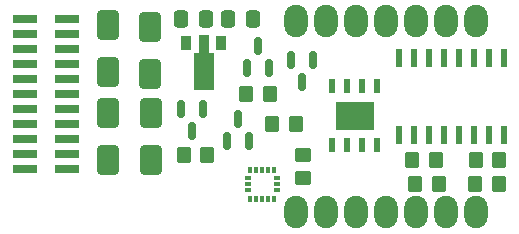
<source format=gts>
G04 #@! TF.GenerationSoftware,KiCad,Pcbnew,7.99.0-4131-g55429aea6b*
G04 #@! TF.CreationDate,2024-01-04T13:58:44+01:00*
G04 #@! TF.ProjectId,xDuinoRailShield,78447569-6e6f-4526-9169-6c536869656c,rev?*
G04 #@! TF.SameCoordinates,Original*
G04 #@! TF.FileFunction,Soldermask,Top*
G04 #@! TF.FilePolarity,Negative*
%FSLAX46Y46*%
G04 Gerber Fmt 4.6, Leading zero omitted, Abs format (unit mm)*
G04 Created by KiCad (PCBNEW 7.99.0-4131-g55429aea6b) date 2024-01-04 13:58:44*
%MOMM*%
%LPD*%
G01*
G04 APERTURE LIST*
G04 Aperture macros list*
%AMRoundRect*
0 Rectangle with rounded corners*
0 $1 Rounding radius*
0 $2 $3 $4 $5 $6 $7 $8 $9 X,Y pos of 4 corners*
0 Add a 4 corners polygon primitive as box body*
4,1,4,$2,$3,$4,$5,$6,$7,$8,$9,$2,$3,0*
0 Add four circle primitives for the rounded corners*
1,1,$1+$1,$2,$3*
1,1,$1+$1,$4,$5*
1,1,$1+$1,$6,$7*
1,1,$1+$1,$8,$9*
0 Add four rect primitives between the rounded corners*
20,1,$1+$1,$2,$3,$4,$5,0*
20,1,$1+$1,$4,$5,$6,$7,0*
20,1,$1+$1,$6,$7,$8,$9,0*
20,1,$1+$1,$8,$9,$2,$3,0*%
%AMFreePoly0*
4,1,9,3.862500,-0.866500,0.737500,-0.866500,0.737500,-0.450000,-0.737500,-0.450000,-0.737500,0.450000,0.737500,0.450000,0.737500,0.866500,3.862500,0.866500,3.862500,-0.866500,3.862500,-0.866500,$1*%
G04 Aperture macros list end*
%ADD10RoundRect,0.150000X-0.150000X0.587500X-0.150000X-0.587500X0.150000X-0.587500X0.150000X0.587500X0*%
%ADD11RoundRect,0.250000X-0.650000X1.000000X-0.650000X-1.000000X0.650000X-1.000000X0.650000X1.000000X0*%
%ADD12RoundRect,0.250000X-0.350000X-0.450000X0.350000X-0.450000X0.350000X0.450000X-0.350000X0.450000X0*%
%ADD13RoundRect,0.250000X-0.337500X-0.475000X0.337500X-0.475000X0.337500X0.475000X-0.337500X0.475000X0*%
%ADD14RoundRect,0.250000X0.337500X0.475000X-0.337500X0.475000X-0.337500X-0.475000X0.337500X-0.475000X0*%
%ADD15RoundRect,0.250000X0.650000X-1.000000X0.650000X1.000000X-0.650000X1.000000X-0.650000X-1.000000X0*%
%ADD16RoundRect,0.150000X0.150000X-0.587500X0.150000X0.587500X-0.150000X0.587500X-0.150000X-0.587500X0*%
%ADD17R,0.600000X1.270000*%
%ADD18R,3.300000X2.400000*%
%ADD19RoundRect,0.087500X0.087500X-0.187500X0.087500X0.187500X-0.087500X0.187500X-0.087500X-0.187500X0*%
%ADD20RoundRect,0.087500X0.187500X-0.087500X0.187500X0.087500X-0.187500X0.087500X-0.187500X-0.087500X0*%
%ADD21RoundRect,0.250000X-0.450000X0.350000X-0.450000X-0.350000X0.450000X-0.350000X0.450000X0.350000X0*%
%ADD22R,2.100000X0.750000*%
%ADD23R,0.900000X1.300000*%
%ADD24FreePoly0,270.000000*%
%ADD25RoundRect,0.137500X0.137500X-0.662500X0.137500X0.662500X-0.137500X0.662500X-0.137500X-0.662500X0*%
%ADD26RoundRect,1.000000X0.000000X-0.375000X0.000000X0.375000X0.000000X0.375000X0.000000X-0.375000X0*%
G04 APERTURE END LIST*
D10*
X150025700Y-71665700D03*
X148125700Y-71665700D03*
X149075700Y-73540700D03*
D11*
X136320300Y-76203400D03*
X136320300Y-80203400D03*
D12*
X139061900Y-79713600D03*
X141061900Y-79713600D03*
D13*
X138855500Y-68250000D03*
X140930500Y-68250000D03*
D14*
X144898900Y-68250000D03*
X142823900Y-68250000D03*
D12*
X144367200Y-74619500D03*
X146367200Y-74619500D03*
D15*
X132676800Y-72707000D03*
X132676800Y-68707000D03*
D12*
X163799600Y-80168900D03*
X165799600Y-80168900D03*
D16*
X142719100Y-78534700D03*
X144619100Y-78534700D03*
X143669100Y-76659700D03*
D17*
X151657100Y-78936400D03*
X152927100Y-78936400D03*
X154197100Y-78936400D03*
X155467100Y-78936400D03*
X155467100Y-73936400D03*
X154197100Y-73936400D03*
X152927100Y-73936400D03*
X151657100Y-73936400D03*
D18*
X153562100Y-76436400D03*
D11*
X136236900Y-68878000D03*
X136236900Y-72878000D03*
D19*
X144720000Y-83445000D03*
X145220000Y-83445000D03*
X145720000Y-83445000D03*
X146220000Y-83445000D03*
X146720000Y-83445000D03*
D20*
X146945000Y-82720000D03*
X146945000Y-82220000D03*
X146945000Y-81720000D03*
D19*
X146720000Y-80995000D03*
X146220000Y-80995000D03*
X145720000Y-80995000D03*
X145220000Y-80995000D03*
X144720000Y-80995000D03*
D20*
X144495000Y-81720000D03*
X144495000Y-82220000D03*
X144495000Y-82720000D03*
D21*
X149182700Y-79729200D03*
X149182700Y-81729200D03*
D22*
X125610000Y-80950000D03*
X129210000Y-80950000D03*
X125610000Y-79680000D03*
X129210000Y-79680000D03*
X125610000Y-78410000D03*
X129210000Y-78410000D03*
X125610000Y-77140000D03*
X129210000Y-77140000D03*
X125610000Y-75870000D03*
X129210000Y-75870000D03*
X125610000Y-74600000D03*
X129210000Y-74600000D03*
X125610000Y-73330000D03*
X129210000Y-73330000D03*
X125610000Y-72060000D03*
X129210000Y-72060000D03*
X125610000Y-70790000D03*
X129210000Y-70790000D03*
X125610000Y-69520000D03*
X129210000Y-69520000D03*
X125610000Y-68250000D03*
X129210000Y-68250000D03*
D23*
X142245600Y-70293900D03*
D24*
X140745600Y-70381400D03*
D23*
X139245600Y-70293900D03*
D12*
X163770000Y-82220000D03*
X165770000Y-82220000D03*
D10*
X140735900Y-75870000D03*
X138835900Y-75870000D03*
X139785900Y-77745000D03*
D16*
X144417200Y-72389900D03*
X146317200Y-72389900D03*
X145367200Y-70514900D03*
D12*
X158420000Y-80129400D03*
X160420000Y-80129400D03*
D25*
X157269700Y-78063600D03*
X158539700Y-78063600D03*
X159809700Y-78063600D03*
X161079700Y-78063600D03*
X162349700Y-78063600D03*
X163619700Y-78063600D03*
X164889700Y-78063600D03*
X166159700Y-78063600D03*
X166159700Y-71563600D03*
X164889700Y-71563600D03*
X163619700Y-71563600D03*
X162349700Y-71563600D03*
X161079700Y-71563600D03*
X159809700Y-71563600D03*
X158539700Y-71563600D03*
X157269700Y-71563600D03*
D12*
X146536800Y-77138200D03*
X148536800Y-77138200D03*
D15*
X132621200Y-80203400D03*
X132621200Y-76203400D03*
D12*
X158690000Y-82220000D03*
X160690000Y-82220000D03*
D26*
X163840000Y-84585700D03*
X161300000Y-84585700D03*
X158760000Y-84585700D03*
X156220000Y-84585700D03*
X153680000Y-84585700D03*
X151140000Y-84585700D03*
X148600000Y-84585700D03*
X148600000Y-68420700D03*
X151140000Y-68420700D03*
X153680000Y-68420700D03*
X156220000Y-68420700D03*
X158760000Y-68420700D03*
X161300000Y-68420700D03*
X163840000Y-68420700D03*
M02*

</source>
